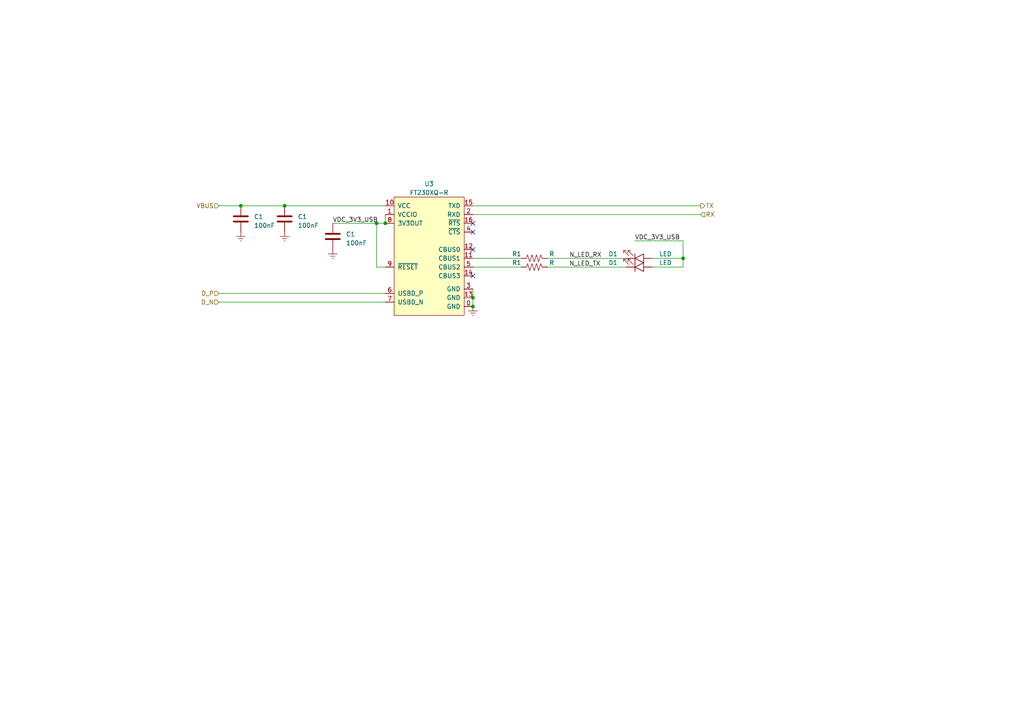
<source format=kicad_sch>
(kicad_sch (version 20220914) (generator eeschema)
  (paper "A4")
  (title_block (title "${PROJECT_NAME}") (date "2022-09-27") (rev "${PCB_REVISION}") (company "Brendan Haines"))
  (lib_symbols
    (symbol "bh:C" (pin_numbers hide) (pin_names (offset 0.254))
      (property "Reference" "C" (at 0.635 2.54 0))
      (property "Value" "C" (at 0.635 -2.54 0))
      (symbol "C_0_1"
        (polyline (pts (xy -2.032 -0.762) (xy 2.032 -0.762)) (stroke (width 0.508)))
        (polyline (pts (xy -2.032 0.762) (xy 2.032 0.762)) (stroke (width 0.508)))
      )
      (symbol "C_1_1"
        (pin passive line (at 0 3.81 270) (length 2.794) (name "~") (number "1"))
        (pin passive line (at 0 -3.81 90) (length 2.794) (name "~") (number "2"))
      )
    )
    (symbol "bh:FT230XQ-R" (pin_names (offset 1.016))
      (property "Reference" "U" (at 0 0 0))
      (property "Value" "FT230XQ-R" (at 0 0 0))
      (symbol "FT230XQ-R_0_1"
        (rectangle (start 0 0) (end 20.32 -34.29) (fill (type background)))
      )
      (symbol "FT230XQ-R_1_1"
        (pin power_in line (at 22.86 -31.75 180) (length 2.54) (name "GND") (number "0"))
        (pin power_in line (at -2.54 -5.08 0) (length 2.54) (name "VCCIO") (number "1"))
        (pin power_in line (at -2.54 -2.54 0) (length 2.54) (name "VCC") (number "10"))
        (pin bidirectional line (at 22.86 -17.78 180) (length 2.54) (name "CBUS1") (number "11"))
        (pin bidirectional line (at 22.86 -15.24 180) (length 2.54) (name "CBUS0") (number "12"))
        (pin power_in line (at 22.86 -29.21 180) (length 2.54) (name "GND") (number "13"))
        (pin bidirectional line (at 22.86 -22.86 180) (length 2.54) (name "CBUS3") (number "14"))
        (pin output line (at 22.86 -2.54 180) (length 2.54) (name "TXD") (number "15"))
        (pin unspecified line (at 22.86 -7.62 180) (length 2.54) (name "~{RTS}") (number "16"))
        (pin input line (at 22.86 -5.08 180) (length 2.54) (name "RXD") (number "2"))
        (pin power_in line (at 22.86 -26.67 180) (length 2.54) (name "GND") (number "3"))
        (pin unspecified line (at 22.86 -10.16 180) (length 2.54) (name "~{CTS}") (number "4"))
        (pin bidirectional line (at 22.86 -20.32 180) (length 2.54) (name "CBUS2") (number "5"))
        (pin bidirectional line (at -2.54 -27.94 0) (length 2.54) (name "USBD_P") (number "6"))
        (pin bidirectional line (at -2.54 -30.48 0) (length 2.54) (name "USBD_N") (number "7"))
        (pin power_out line (at -2.54 -7.62 0) (length 2.54) (name "3V3OUT") (number "8"))
        (pin input line (at -2.54 -20.32 0) (length 2.54) (name "~{RESET}") (number "9"))
      )
    )
    (symbol "bh:GND" (power) (pin_names (offset 0))
      (symbol "GND_0_1"
        (polyline (pts (xy -0.635 -1.905) (xy 0.635 -1.905)))
        (polyline (pts (xy -0.127 -2.54) (xy 0.127 -2.54)))
        (polyline (pts (xy 0 -1.27) (xy 0 0)))
        (polyline (pts (xy 1.27 -1.27) (xy -1.27 -1.27)))
      )
      (symbol "GND_1_1"
        (pin power_in line (at 0 0 90) (length 0) hide (name "GND") (number "1"))
      )
    )
    (symbol "bh:LED" (pin_numbers hide) (pin_names (offset 1.016) hide)
      (property "Reference" "D" (at 0 2.54 0))
      (property "Value" "LED" (at 0 -2.54 0))
      (symbol "LED_0_1"
        (polyline (pts (xy -1.27 -1.27) (xy -1.27 1.27)) (stroke (width 0.2032)))
        (polyline (pts (xy 1.27 -1.27) (xy 1.27 1.27) (xy -1.27 0) (xy 1.27 -1.27)) (stroke (width 0.2032)))
        (polyline (pts (xy -3.048 -0.762) (xy -4.572 -2.286) (xy -3.81 -2.286) (xy -4.572 -2.286) (xy -4.572 -1.524)))
        (polyline (pts (xy -1.778 -0.762) (xy -3.302 -2.286) (xy -2.54 -2.286) (xy -3.302 -2.286) (xy -3.302 -1.524)))
      )
      (symbol "LED_1_1"
        (pin passive line (at 3.81 0 180) (length 2.54) (name "A") (number "A"))
        (pin passive line (at -3.81 0 0) (length 2.54) (name "K") (number "K"))
      )
    )
    (symbol "bh:R" (pin_numbers hide) (pin_names (offset 0))
      (property "Reference" "R" (at 2.032 0 90))
      (property "Value" "R" (at -1.905 0 90))
      (symbol "R_0_1"
        (polyline (pts (xy 0 -2.54) (xy 0 -2.286) (xy 1.016 -1.905) (xy -1.016 -1.27) (xy 1.016 -0.635) (xy -1.016 0) (xy 1.016 0.635) (xy -1.016 1.27) (xy 1.016 1.905) (xy 0 2.286) (xy 0 2.54)))
      )
      (symbol "R_1_1"
        (pin passive line (at 0 3.81 270) (length 1.27) (name "~") (number "1"))
        (pin passive line (at 0 -3.81 90) (length 1.27) (name "~") (number "2"))
      )
    )
  )
  (junction (at 82.55 59.69))
  (junction (at 109.22 64.77))
  (junction (at 137.16 86.36))
  (junction (at 137.16 88.9))
  (junction (at 198.12 74.93))
  (junction (at 111.76 64.77))
  (junction (at 69.85 59.69))
  (no_connect (at 137.16 67.31))
  (no_connect (at 137.16 80.01))
  (no_connect (at 137.16 72.39))
  (no_connect (at 137.16 64.77))
  (wire (pts (xy 63.5 85.09) (xy 111.76 85.09)))
  (wire (pts (xy 137.16 62.23) (xy 203.2 62.23)))
  (wire (pts (xy 137.16 74.93) (xy 151.13 74.93)))
  (wire (pts (xy 96.52 64.77) (xy 109.22 64.77)))
  (wire (pts (xy 158.75 77.47) (xy 181.61 77.47)))
  (wire (pts (xy 137.16 86.36) (xy 137.16 88.9)))
  (wire (pts (xy 69.85 59.69) (xy 82.55 59.69)))
  (wire (pts (xy 189.23 77.47) (xy 198.12 77.47)))
  (wire (pts (xy 63.5 59.69) (xy 69.85 59.69)))
  (wire (pts (xy 137.16 59.69) (xy 203.2 59.69)))
  (wire (pts (xy 198.12 74.93) (xy 198.12 77.47)))
  (wire (pts (xy 158.75 74.93) (xy 181.61 74.93)))
  (wire (pts (xy 111.76 62.23) (xy 111.76 64.77)))
  (wire (pts (xy 111.76 77.47) (xy 109.22 77.47)))
  (wire (pts (xy 198.12 74.93) (xy 198.12 69.85)))
  (wire (pts (xy 137.16 77.47) (xy 151.13 77.47)))
  (wire (pts (xy 137.16 83.82) (xy 137.16 86.36)))
  (wire (pts (xy 109.22 64.77) (xy 111.76 64.77)))
  (wire (pts (xy 189.23 74.93) (xy 198.12 74.93)))
  (wire (pts (xy 82.55 59.69) (xy 111.76 59.69)))
  (wire (pts (xy 184.15 69.85) (xy 198.12 69.85)))
  (wire (pts (xy 63.5 87.63) (xy 111.76 87.63)))
  (wire (pts (xy 109.22 77.47) (xy 109.22 64.77)))
  (label "VDC_3V3_USB" (at 96.52 64.77 0))
  (label "N_LED_RX" (at 165.1 74.93 0))
  (label "VDC_3V3_USB" (at 184.15 69.85 0))
  (label "N_LED_TX" (at 165.1 77.47 0))
  (hierarchical_label "TX" (shape output) (at 203.2 59.69 0))
  (hierarchical_label "RX" (shape input) (at 203.2 62.23 0))
  (hierarchical_label "D_N" (shape input) (at 63.5 87.63 180))
  (hierarchical_label "VBUS" (shape input) (at 63.5 59.69 180))
  (hierarchical_label "D_P" (shape input) (at 63.5 85.09 180))
  (symbol (lib_id "bh:GND") (at 69.85 67.31 0) (unit 1)
    (default_instance (reference "#PWR?") (unit 1) (value "GND") (footprint ""))
    (property "Reference" "#PWR?" (effects hide))
    (property "Value" "GND" (effects hide))
  )
  (symbol (lib_id "bh:LED") (at 185.42 74.93 0) (mirror x) (unit 1)
    (default_instance (reference "D1") (unit 1) (value "LED") (footprint "common:LED0402"))
    (property "Reference" "D1" (at 177.8 73.66 0))
    (property "Value" "LED" (at 193.04 73.66 0))
    (property "Footprint" "common:LED0402" (effects hide))
  )
  (symbol (lib_id "bh:LED") (at 185.42 77.47 0) (mirror x) (unit 1)
    (default_instance (reference "D1") (unit 1) (value "LED") (footprint "common:LED0402"))
    (property "Reference" "D1" (at 177.8 76.2 0))
    (property "Value" "LED" (at 193.04 76.2 0))
    (property "Footprint" "common:LED0402" (effects hide))
  )
  (symbol (lib_id "bh:C") (at 82.55 63.5 0) (unit 1)
    (default_instance (reference "C1") (unit 1) (value "100nF") (footprint "common:C0402"))
    (property "Reference" "C1" (at 86.36 62.865 0) (effects (justify left)))
    (property "Value" "100nF" (at 86.36 65.405 0) (effects (justify left)))
    (property "Footprint" "common:C0402" (effects hide))
    (property "FieldName" "Value" (effects hide))
  )
  (symbol (lib_id "bh:R") (at 154.94 74.93 90) (unit 1)
    (default_instance (reference "R1") (unit 1) (value "R") (footprint "common:R0402"))
    (property "Reference" "R1" (at 149.86 73.66 90))
    (property "Value" "R" (at 160.02 73.66 90))
    (property "Footprint" "common:R0402" (effects hide))
    (property "FieldName" "Value" (effects hide))
  )
  (symbol (lib_id "bh:GND") (at 96.52 72.39 0) (unit 1)
    (default_instance (reference "#PWR?") (unit 1) (value "GND") (footprint ""))
    (property "Reference" "#PWR?" (effects hide))
    (property "Value" "GND" (effects hide))
  )
  (symbol (lib_id "bh:FT230XQ-R") (at 114.3 57.15 0) (unit 1)
    (default_instance (reference "U3") (unit 1) (value "FT230XQ-R") (footprint ""))
    (property "Reference" "U3" (at 124.46 53.34 0))
    (property "Value" "FT230XQ-R" (at 124.46 55.88 0))
    (property "Datasheet" "http://www.ftdichip.com/Support/Documents/DataSheets/ICs/DS_FT230X.pdf" (effects hide))
    (property "Manufacturer" "FTDI, Future Technology Devices International Ltd" (effects hide))
    (property "ManufacturerPartNumber" "FT230XQ-R" (effects hide))
    (property "Supplier" "Digi-Key" (effects hide))
    (property "SupplierPartNumber" "768-1130-1-ND" (effects hide))
  )
  (symbol (lib_id "bh:C") (at 69.85 63.5 0) (unit 1)
    (default_instance (reference "C1") (unit 1) (value "100nF") (footprint "common:C0402"))
    (property "Reference" "C1" (at 73.66 62.865 0) (effects (justify left)))
    (property "Value" "100nF" (at 73.66 65.405 0) (effects (justify left)))
    (property "Footprint" "common:C0402" (effects hide))
    (property "FieldName" "Value" (effects hide))
  )
  (symbol (lib_id "bh:GND") (at 137.16 88.9 0) (unit 1)
    (default_instance (reference "#PWR?") (unit 1) (value "GND") (footprint ""))
    (property "Reference" "#PWR?" (effects hide))
    (property "Value" "GND" (effects hide))
  )
  (symbol (lib_id "bh:C") (at 96.52 68.58 0) (unit 1)
    (default_instance (reference "C1") (unit 1) (value "100nF") (footprint "common:C0402"))
    (property "Reference" "C1" (at 100.33 67.945 0) (effects (justify left)))
    (property "Value" "100nF" (at 100.33 70.485 0) (effects (justify left)))
    (property "Footprint" "common:C0402" (effects hide))
    (property "FieldName" "Value" (effects hide))
  )
  (symbol (lib_id "bh:GND") (at 82.55 67.31 0) (unit 1)
    (default_instance (reference "#PWR?") (unit 1) (value "GND") (footprint ""))
    (property "Reference" "#PWR?" (effects hide))
    (property "Value" "GND" (effects hide))
  )
  (symbol (lib_id "bh:R") (at 154.94 77.47 90) (unit 1)
    (default_instance (reference "R1") (unit 1) (value "R") (footprint "common:R0402"))
    (property "Reference" "R1" (at 149.86 76.2 90))
    (property "Value" "R" (at 160.02 76.2 90))
    (property "Footprint" "common:R0402" (effects hide))
    (property "FieldName" "Value" (effects hide))
  )
)
</source>
